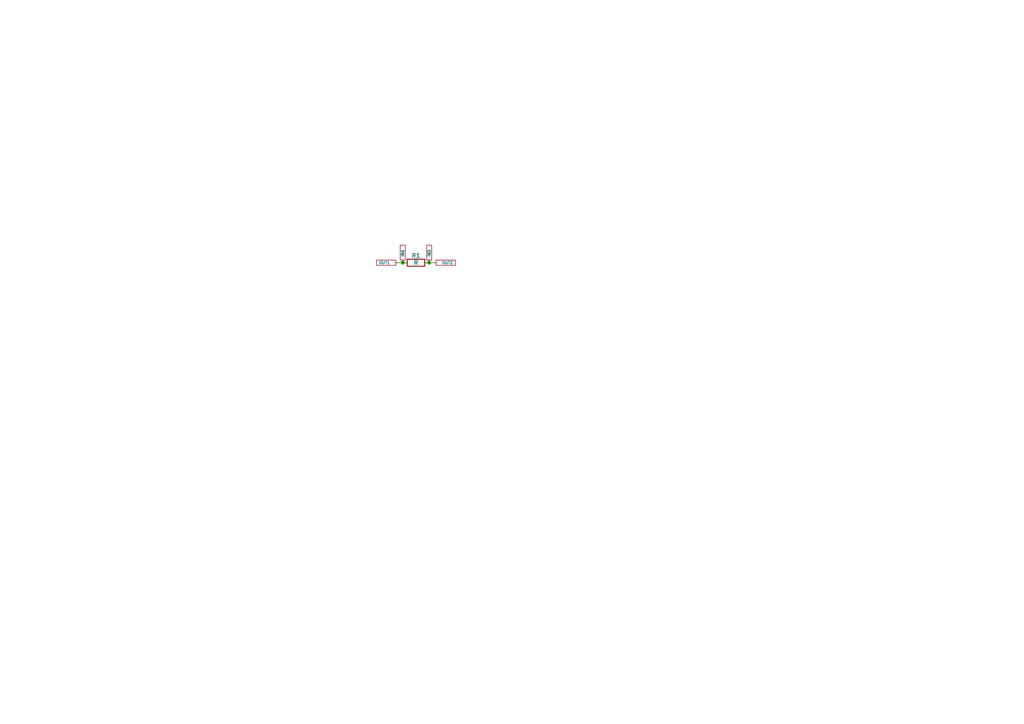
<source format=kicad_sch>
(kicad_sch (version 20230121) (generator eeschema)
  (paper "A4")
  (lib_symbols
    (symbol "Device:R" (pin_numbers hide) (pin_names (offset 0))
      (property "Reference" "R" (at 2.032 0 90))
      (property "Value" "R" (at 0 0 90))
      (symbol "R_0_1"
        (rectangle (start -1.016 -2.54) (end 1.016 2.54) (stroke (width 0.254)))
      )
      (symbol "R_1_1"
        (pin passive line (at 0 3.81 270) (length 1.27) (name "~") (number "1"))
        (pin passive line (at 0 -3.81 90) (length 1.27) (name "~") (number "2"))
      )
    )
    (symbol "Tests:InPin" (pin_numbers hide) (pin_names hide)
      (property "Reference" "InPin" (at 2.794 0 0))
      (symbol "InPin_0_1"
        (rectangle (start 0.762 0.762) (end 5.08 -0.762))
      )
      (symbol "InPin_1_1"
        (pin input line (at 0 0 0) (length 0.75) (name "In") (number "1"))
      )
    )
    (symbol "Tests:OutPin" (pin_numbers hide) (pin_names hide)
      (property "Reference" "OutPin" (at -4.064 0 0))
      (symbol "OutPin_0_1"
        (rectangle (start -6.35 0.762) (end -0.762 -0.762))
      )
      (symbol "OutPin_1_1"
        (pin output line (at 0 0 180) (length 0.75) (name "Out") (number "1"))
      )
    )
  )
  (junction (at 124.46 76.2))
  (junction (at 116.84 76.2))
  (wire (pts (xy 115.57 76.2) (xy 116.84 76.2)))
  (wire (pts (xy 125.73 76.2) (xy 124.46 76.2)))
  (symbol (lib_id "Tests:OutPin") (at 125.73 76.2 0) (mirror y) (unit 1)
    (property "Reference" "OUT2" (at 129.794 76.2 0) (effects (font (size 0.8 0.8))))
    (property "Value" "OutPin" (effects hide))
  )
  (symbol (lib_id "Device:R") (at 120.65 76.2 90) (unit 1)
    (property "Reference" "R1" (at 120.65 74.168 90))
    (property "Value" "R" (at 120.65 76.2 90))
  )
  (symbol (lib_id "Tests:InPin") (at 116.84 76.2 90) (unit 1)
    (property "Reference" "IN1" (at 116.84 73.406 0) (effects (font (size 0.8 0.8))))
    (property "Value" "InPin" (effects hide))
  )
  (symbol (lib_id "Tests:OutPin") (at 115.57 76.2 0) (unit 1)
    (property "Reference" "OUT1" (at 111.506 76.2 0) (effects (font (size 0.8 0.8))))
    (property "Value" "OutPin" (effects hide))
  )
  (symbol (lib_id "Tests:InPin") (at 124.46 76.2 90) (unit 1)
    (property "Reference" "IN2" (at 124.46 73.406 0) (effects (font (size 0.8 0.8))))
    (property "Value" "InPin" (effects hide))
  )
)
</source>
